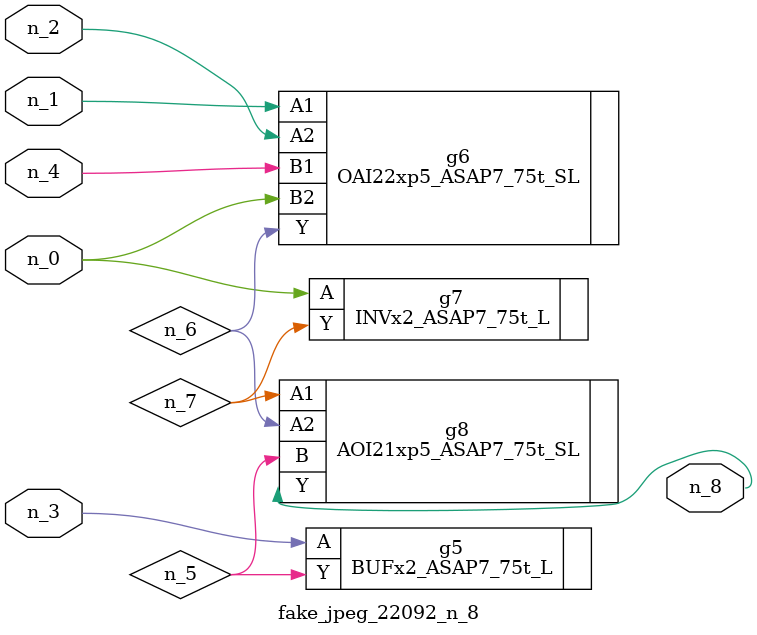
<source format=v>
module fake_jpeg_22092_n_8 (n_3, n_2, n_1, n_0, n_4, n_8);

input n_3;
input n_2;
input n_1;
input n_0;
input n_4;

output n_8;

wire n_6;
wire n_5;
wire n_7;

BUFx2_ASAP7_75t_L g5 ( 
.A(n_3),
.Y(n_5)
);

OAI22xp5_ASAP7_75t_SL g6 ( 
.A1(n_1),
.A2(n_2),
.B1(n_4),
.B2(n_0),
.Y(n_6)
);

INVx2_ASAP7_75t_L g7 ( 
.A(n_0),
.Y(n_7)
);

AOI21xp5_ASAP7_75t_SL g8 ( 
.A1(n_7),
.A2(n_6),
.B(n_5),
.Y(n_8)
);


endmodule
</source>
